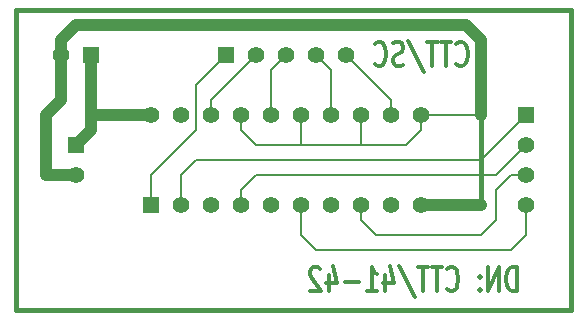
<source format=gbr>
G04 #@! TF.FileFunction,Copper,L2,Bot,Signal*
%FSLAX46Y46*%
G04 Gerber Fmt 4.6, Leading zero omitted, Abs format (unit mm)*
G04 Created by KiCad (PCBNEW 4.0.5+dfsg1-4+deb9u1) date Mon Sep 26 08:46:45 2022*
%MOMM*%
%LPD*%
G01*
G04 APERTURE LIST*
%ADD10C,0.100000*%
%ADD11C,0.381000*%
%ADD12C,0.304800*%
%ADD13R,1.397000X1.397000*%
%ADD14C,1.397000*%
%ADD15C,0.889000*%
%ADD16C,0.203200*%
%ADD17C,0.210820*%
%ADD18C,1.000760*%
G04 APERTURE END LIST*
D10*
D11*
X166370000Y-104775000D02*
X166370000Y-97155000D01*
D12*
X169363572Y-112044238D02*
X169363572Y-110012238D01*
X169000715Y-110012238D01*
X168783000Y-110109000D01*
X168637858Y-110302524D01*
X168565286Y-110496048D01*
X168492715Y-110883095D01*
X168492715Y-111173381D01*
X168565286Y-111560429D01*
X168637858Y-111753952D01*
X168783000Y-111947476D01*
X169000715Y-112044238D01*
X169363572Y-112044238D01*
X167839572Y-112044238D02*
X167839572Y-110012238D01*
X166968715Y-112044238D01*
X166968715Y-110012238D01*
X166243001Y-111850714D02*
X166170429Y-111947476D01*
X166243001Y-112044238D01*
X166315572Y-111947476D01*
X166243001Y-111850714D01*
X166243001Y-112044238D01*
X166243001Y-110786333D02*
X166170429Y-110883095D01*
X166243001Y-110979857D01*
X166315572Y-110883095D01*
X166243001Y-110786333D01*
X166243001Y-110979857D01*
X163485287Y-111850714D02*
X163557858Y-111947476D01*
X163775572Y-112044238D01*
X163920715Y-112044238D01*
X164138430Y-111947476D01*
X164283572Y-111753952D01*
X164356144Y-111560429D01*
X164428715Y-111173381D01*
X164428715Y-110883095D01*
X164356144Y-110496048D01*
X164283572Y-110302524D01*
X164138430Y-110109000D01*
X163920715Y-110012238D01*
X163775572Y-110012238D01*
X163557858Y-110109000D01*
X163485287Y-110205762D01*
X163049858Y-110012238D02*
X162179001Y-110012238D01*
X162614430Y-112044238D02*
X162614430Y-110012238D01*
X161888715Y-110012238D02*
X161017858Y-110012238D01*
X161453287Y-112044238D02*
X161453287Y-110012238D01*
X159421286Y-109915476D02*
X160727572Y-112528048D01*
X158260144Y-110689571D02*
X158260144Y-112044238D01*
X158623001Y-109915476D02*
X158985858Y-111366905D01*
X158042430Y-111366905D01*
X156663572Y-112044238D02*
X157534429Y-112044238D01*
X157099001Y-112044238D02*
X157099001Y-110012238D01*
X157244144Y-110302524D01*
X157389286Y-110496048D01*
X157534429Y-110592810D01*
X156010429Y-111270143D02*
X154849286Y-111270143D01*
X153470429Y-110689571D02*
X153470429Y-112044238D01*
X153833286Y-109915476D02*
X154196143Y-111366905D01*
X153252715Y-111366905D01*
X152744714Y-110205762D02*
X152672143Y-110109000D01*
X152527000Y-110012238D01*
X152164143Y-110012238D01*
X152019000Y-110109000D01*
X151946429Y-110205762D01*
X151873857Y-110399286D01*
X151873857Y-110592810D01*
X151946429Y-110883095D01*
X152817286Y-112044238D01*
X151873857Y-112044238D01*
X164265429Y-92800714D02*
X164338000Y-92897476D01*
X164555714Y-92994238D01*
X164700857Y-92994238D01*
X164918572Y-92897476D01*
X165063714Y-92703952D01*
X165136286Y-92510429D01*
X165208857Y-92123381D01*
X165208857Y-91833095D01*
X165136286Y-91446048D01*
X165063714Y-91252524D01*
X164918572Y-91059000D01*
X164700857Y-90962238D01*
X164555714Y-90962238D01*
X164338000Y-91059000D01*
X164265429Y-91155762D01*
X163830000Y-90962238D02*
X162959143Y-90962238D01*
X163394572Y-92994238D02*
X163394572Y-90962238D01*
X162668857Y-90962238D02*
X161798000Y-90962238D01*
X162233429Y-92994238D02*
X162233429Y-90962238D01*
X160201428Y-90865476D02*
X161507714Y-93478048D01*
X159766000Y-92897476D02*
X159548286Y-92994238D01*
X159185429Y-92994238D01*
X159040286Y-92897476D01*
X158967715Y-92800714D01*
X158895143Y-92607190D01*
X158895143Y-92413667D01*
X158967715Y-92220143D01*
X159040286Y-92123381D01*
X159185429Y-92026619D01*
X159475715Y-91929857D01*
X159620857Y-91833095D01*
X159693429Y-91736333D01*
X159766000Y-91542810D01*
X159766000Y-91349286D01*
X159693429Y-91155762D01*
X159620857Y-91059000D01*
X159475715Y-90962238D01*
X159112857Y-90962238D01*
X158895143Y-91059000D01*
X157371143Y-92800714D02*
X157443714Y-92897476D01*
X157661428Y-92994238D01*
X157806571Y-92994238D01*
X158024286Y-92897476D01*
X158169428Y-92703952D01*
X158242000Y-92510429D01*
X158314571Y-92123381D01*
X158314571Y-91833095D01*
X158242000Y-91446048D01*
X158169428Y-91252524D01*
X158024286Y-91059000D01*
X157806571Y-90962238D01*
X157661428Y-90962238D01*
X157443714Y-91059000D01*
X157371143Y-91155762D01*
D11*
X173990000Y-113665000D02*
X127000000Y-113665000D01*
X127000000Y-88265000D02*
X173990000Y-88265000D01*
X173990000Y-113665000D02*
X173990000Y-88265000D01*
X127000000Y-108585000D02*
X127000000Y-113665000D01*
X127000000Y-88265000D02*
X127000000Y-108585000D01*
D13*
X132080000Y-99695000D03*
D14*
X132080000Y-102235000D03*
D13*
X138430000Y-104775000D03*
D14*
X140970000Y-104775000D03*
X143510000Y-104775000D03*
X146050000Y-104775000D03*
X148590000Y-104775000D03*
X151130000Y-104775000D03*
X153670000Y-104775000D03*
X156210000Y-104775000D03*
X158750000Y-104775000D03*
X161290000Y-104775000D03*
X161290000Y-97155000D03*
X158750000Y-97155000D03*
X156210000Y-97155000D03*
X153670000Y-97155000D03*
X151130000Y-97155000D03*
X148590000Y-97155000D03*
X146050000Y-97155000D03*
X143510000Y-97155000D03*
X140970000Y-97155000D03*
X138430000Y-97155000D03*
D13*
X144780000Y-92075000D03*
D14*
X147320000Y-92075000D03*
X149860000Y-92075000D03*
X152400000Y-92075000D03*
X154940000Y-92075000D03*
D13*
X170180000Y-97155000D03*
D14*
X170180000Y-99695000D03*
X170180000Y-102235000D03*
X170180000Y-104775000D03*
D13*
X133350000Y-92075000D03*
D14*
X130810000Y-92075000D03*
D15*
X166370000Y-104775000D03*
X166370000Y-97155000D03*
D16*
X140970000Y-102235000D02*
X142240000Y-100965000D01*
X142240000Y-100965000D02*
X163830000Y-100965000D01*
X140970000Y-104775000D02*
X140970000Y-102235000D01*
X138430000Y-102235000D02*
X142240000Y-98425000D01*
X142240000Y-98425000D02*
X142240000Y-94615000D01*
X142240000Y-94615000D02*
X144780000Y-92075000D01*
X138430000Y-104775000D02*
X138430000Y-102235000D01*
X143510000Y-95885000D02*
X147320000Y-92075000D01*
X143510000Y-97155000D02*
X143510000Y-95885000D01*
X148590000Y-93345000D02*
X149860000Y-92075000D01*
X148590000Y-97155000D02*
X148590000Y-93345000D01*
X153670000Y-93345000D02*
X152400000Y-92075000D01*
X153670000Y-97155000D02*
X153670000Y-93345000D01*
X158750000Y-95885000D02*
X154940000Y-92075000D01*
X158750000Y-97155000D02*
X158750000Y-95885000D01*
X151130000Y-104775000D02*
X151130000Y-107315000D01*
X152400000Y-108585000D02*
X163830000Y-108585000D01*
X151130000Y-107315000D02*
X152400000Y-108585000D01*
X160020000Y-107315000D02*
X157480000Y-107315000D01*
X156210000Y-106045000D02*
X156210000Y-104775000D01*
X157480000Y-107315000D02*
X156210000Y-106045000D01*
X160020000Y-107315000D02*
X162560000Y-107315000D01*
X147320000Y-102235000D02*
X165100000Y-102235000D01*
X146050000Y-104775000D02*
X146050000Y-103505000D01*
X146050000Y-103505000D02*
X147320000Y-102235000D01*
D17*
X166370000Y-108585000D02*
X168910000Y-108585000D01*
X168910000Y-108585000D02*
X170180000Y-107315000D01*
X170180000Y-107315000D02*
X170180000Y-104775000D01*
X163830000Y-108585000D02*
X166370000Y-108585000D01*
X166370000Y-107315000D02*
X167640000Y-106045000D01*
X167640000Y-106045000D02*
X167640000Y-103505000D01*
X167640000Y-103505000D02*
X168910000Y-102235000D01*
X168910000Y-102235000D02*
X170180000Y-102235000D01*
X162560000Y-107315000D02*
X166370000Y-107315000D01*
X167640000Y-102235000D02*
X170180000Y-99695000D01*
X165100000Y-102235000D02*
X167640000Y-102235000D01*
X166370000Y-100965000D02*
X170180000Y-97155000D01*
X163830000Y-100965000D02*
X166370000Y-100965000D01*
D16*
X161290000Y-98425000D02*
X160020000Y-99695000D01*
X147320000Y-99695000D02*
X146050000Y-98425000D01*
X146050000Y-98425000D02*
X146050000Y-97155000D01*
X161290000Y-97155000D02*
X161290000Y-98425000D01*
X151130000Y-97155000D02*
X151130000Y-99695000D01*
X160020000Y-99695000D02*
X156210000Y-99695000D01*
D18*
X129540000Y-102235000D02*
X132080000Y-102235000D01*
X129540000Y-97155000D02*
X129540000Y-102235000D01*
X130810000Y-92075000D02*
X130810000Y-95885000D01*
X130810000Y-95885000D02*
X129540000Y-97155000D01*
D16*
X156210000Y-99695000D02*
X151130000Y-99695000D01*
X151130000Y-99695000D02*
X147320000Y-99695000D01*
X156210000Y-97155000D02*
X156210000Y-99695000D01*
D18*
X166370000Y-104775000D02*
X161290000Y-104775000D01*
X165100000Y-89535000D02*
X161290000Y-89535000D01*
X166370000Y-90805000D02*
X165100000Y-89535000D01*
X130810000Y-90805000D02*
X130810000Y-92075000D01*
X161290000Y-89535000D02*
X139700000Y-89535000D01*
X139700000Y-89535000D02*
X132080000Y-89535000D01*
X132080000Y-89535000D02*
X130810000Y-90805000D01*
X166370000Y-97155000D02*
X166370000Y-90805000D01*
D17*
X161290000Y-97155000D02*
X166370000Y-97155000D01*
D18*
X133350000Y-98425000D02*
X132080000Y-99695000D01*
X133350000Y-92075000D02*
X133350000Y-97155000D01*
X133350000Y-97155000D02*
X133350000Y-98425000D01*
X138430000Y-97155000D02*
X133350000Y-97155000D01*
M02*

</source>
